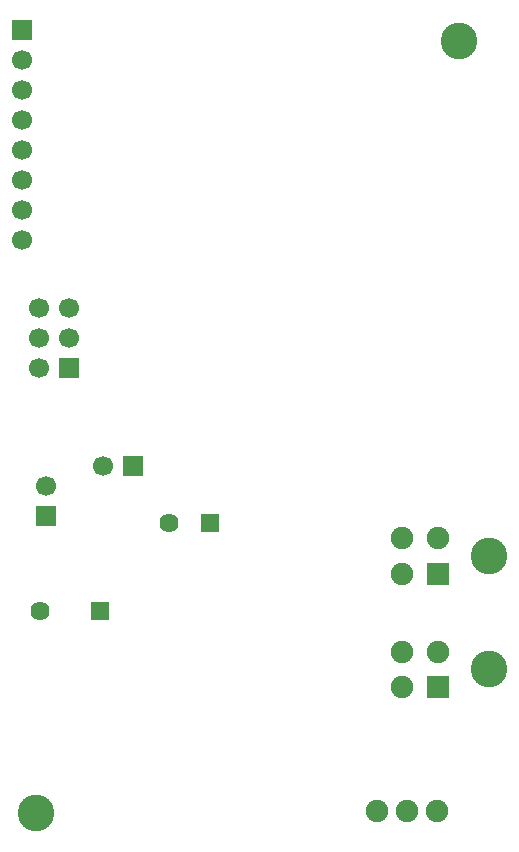
<source format=gbs>
G04 Layer_Color=16711935*
%FSLAX24Y24*%
%MOIN*%
G70*
G01*
G75*
%ADD88C,0.0639*%
%ADD89R,0.0639X0.0639*%
%ADD90C,0.0748*%
%ADD91C,0.0669*%
%ADD92R,0.0669X0.0669*%
%ADD93R,0.0669X0.0669*%
%ADD94R,0.0748X0.0748*%
%ADD95C,0.1220*%
D88*
X30264Y23199D02*
D03*
X34547Y26112D02*
D03*
D89*
X32264Y23199D02*
D03*
X35925Y26112D02*
D03*
D90*
X43504Y16524D02*
D03*
X42504D02*
D03*
X41504D02*
D03*
X43516Y21839D02*
D03*
X42335D02*
D03*
Y20658D02*
D03*
X43516Y25619D02*
D03*
X42335D02*
D03*
Y24437D02*
D03*
D91*
X30220Y33280D02*
D03*
X31220D02*
D03*
X30220Y32280D02*
D03*
Y31280D02*
D03*
X31220Y32280D02*
D03*
X32356Y28012D02*
D03*
X30463Y27348D02*
D03*
X29675Y35569D02*
D03*
Y37569D02*
D03*
Y36569D02*
D03*
Y38569D02*
D03*
Y41569D02*
D03*
Y39569D02*
D03*
Y40569D02*
D03*
D92*
X31220Y31280D02*
D03*
X30463Y26348D02*
D03*
X29675Y42569D02*
D03*
D93*
X33356Y28012D02*
D03*
D94*
X43516Y20658D02*
D03*
Y24437D02*
D03*
D95*
X45217Y21248D02*
D03*
Y25028D02*
D03*
X30130Y16445D02*
D03*
X44225Y42193D02*
D03*
M02*

</source>
